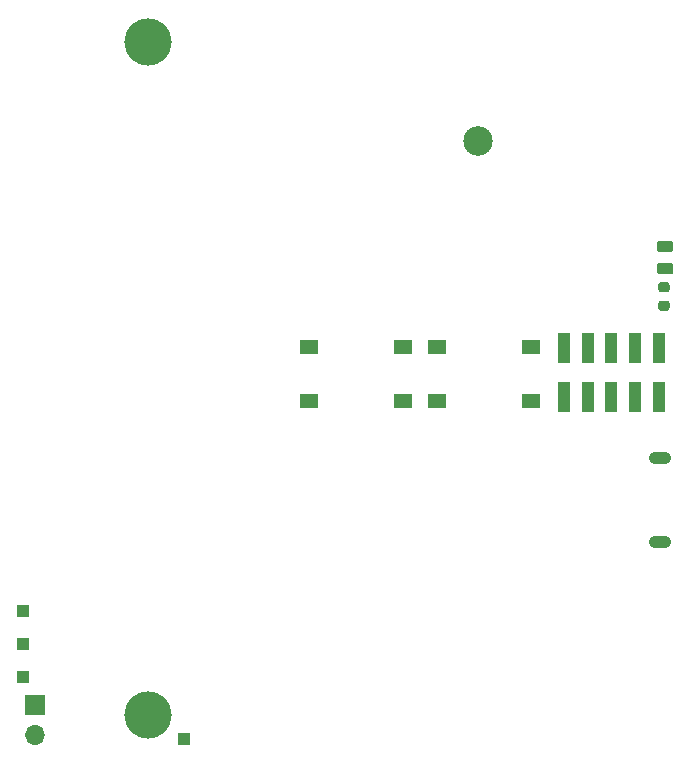
<source format=gbr>
%TF.GenerationSoftware,KiCad,Pcbnew,(5.1.10)-1*%
%TF.CreationDate,2021-11-23T09:49:32-07:00*%
%TF.ProjectId,SolarGPS,536f6c61-7247-4505-932e-6b696361645f,rev?*%
%TF.SameCoordinates,Original*%
%TF.FileFunction,Soldermask,Top*%
%TF.FilePolarity,Negative*%
%FSLAX46Y46*%
G04 Gerber Fmt 4.6, Leading zero omitted, Abs format (unit mm)*
G04 Created by KiCad (PCBNEW (5.1.10)-1) date 2021-11-23 09:49:32*
%MOMM*%
%LPD*%
G01*
G04 APERTURE LIST*
%ADD10O,1.900000X1.050000*%
%ADD11R,1.000000X1.000000*%
%ADD12C,2.500000*%
%ADD13C,4.000000*%
%ADD14O,1.700000X1.700000*%
%ADD15R,1.700000X1.700000*%
%ADD16R,1.550000X1.300000*%
%ADD17R,1.000000X2.580000*%
G04 APERTURE END LIST*
D10*
%TO.C,J2*%
X104850000Y-95350000D03*
X104850000Y-88200000D03*
%TD*%
D11*
%TO.C,TPGND1*%
X50850000Y-101150000D03*
%TD*%
%TO.C,TPSHNT1*%
X50850000Y-106750000D03*
%TD*%
D12*
%TO.C,AE1*%
X89400000Y-61400000D03*
%TD*%
D13*
%TO.C,SC1*%
X61500000Y-53000000D03*
X61500000Y-110000000D03*
%TD*%
D14*
%TO.C,C14*%
X51900000Y-111640000D03*
D15*
X51900000Y-109100000D03*
%TD*%
%TO.C,D2*%
G36*
G01*
X104793750Y-71700000D02*
X105706250Y-71700000D01*
G75*
G02*
X105950000Y-71943750I0J-243750D01*
G01*
X105950000Y-72431250D01*
G75*
G02*
X105706250Y-72675000I-243750J0D01*
G01*
X104793750Y-72675000D01*
G75*
G02*
X104550000Y-72431250I0J243750D01*
G01*
X104550000Y-71943750D01*
G75*
G02*
X104793750Y-71700000I243750J0D01*
G01*
G37*
G36*
G01*
X104793750Y-69825000D02*
X105706250Y-69825000D01*
G75*
G02*
X105950000Y-70068750I0J-243750D01*
G01*
X105950000Y-70556250D01*
G75*
G02*
X105706250Y-70800000I-243750J0D01*
G01*
X104793750Y-70800000D01*
G75*
G02*
X104550000Y-70556250I0J243750D01*
G01*
X104550000Y-70068750D01*
G75*
G02*
X104793750Y-69825000I243750J0D01*
G01*
G37*
%TD*%
%TO.C,R3*%
G36*
G01*
X105406250Y-74187500D02*
X104893750Y-74187500D01*
G75*
G02*
X104675000Y-73968750I0J218750D01*
G01*
X104675000Y-73531250D01*
G75*
G02*
X104893750Y-73312500I218750J0D01*
G01*
X105406250Y-73312500D01*
G75*
G02*
X105625000Y-73531250I0J-218750D01*
G01*
X105625000Y-73968750D01*
G75*
G02*
X105406250Y-74187500I-218750J0D01*
G01*
G37*
G36*
G01*
X105406250Y-75762500D02*
X104893750Y-75762500D01*
G75*
G02*
X104675000Y-75543750I0J218750D01*
G01*
X104675000Y-75106250D01*
G75*
G02*
X104893750Y-74887500I218750J0D01*
G01*
X105406250Y-74887500D01*
G75*
G02*
X105625000Y-75106250I0J-218750D01*
G01*
X105625000Y-75543750D01*
G75*
G02*
X105406250Y-75762500I-218750J0D01*
G01*
G37*
%TD*%
D11*
%TO.C,TPBAT1*%
X50850000Y-103950000D03*
%TD*%
%TO.C,TPSOLAR1*%
X64550000Y-112000000D03*
%TD*%
D16*
%TO.C,SW2*%
X75125000Y-78850000D03*
X75125000Y-83350000D03*
X83075000Y-83350000D03*
X83075000Y-78850000D03*
%TD*%
%TO.C,SW1*%
X85925000Y-78850000D03*
X85925000Y-83350000D03*
X93875000Y-83350000D03*
X93875000Y-78850000D03*
%TD*%
D17*
%TO.C,J4*%
X104700000Y-78915000D03*
X104700000Y-83085000D03*
X102700000Y-78915000D03*
X102700000Y-83085000D03*
X100700000Y-78915000D03*
X100700000Y-83085000D03*
X98700000Y-78915000D03*
X98700000Y-83085000D03*
X96700000Y-78915000D03*
X96700000Y-83085000D03*
%TD*%
M02*

</source>
